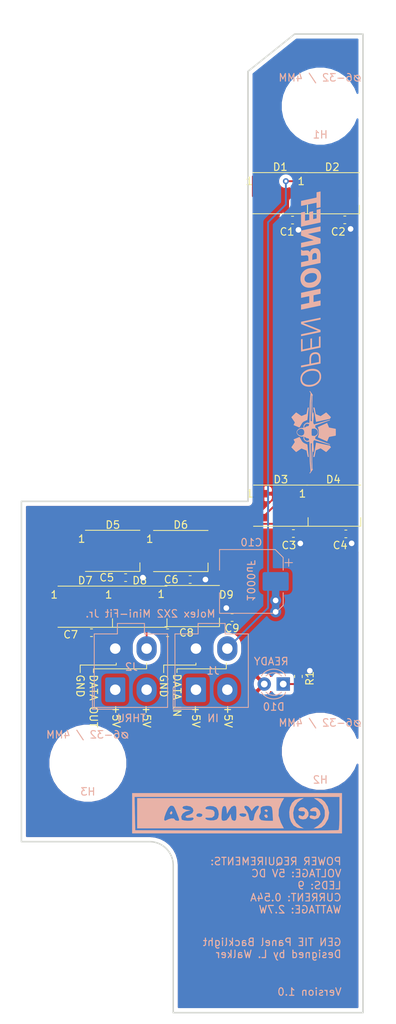
<source format=kicad_pcb>
(kicad_pcb (version 20171130) (host pcbnew "(5.1.10)-1")
  (layers (0 F.Cu signal) (31 B.Cu signal) (34 B.Paste user) (35 F.Paste user) (36 B.SilkS user) (37 F.SilkS user) (38 B.Mask user) (39 F.Mask user) (44 Edge.Cuts user))
  (net 0 "")
  (net 1 "Net-(D1-Pad2)")
  (net 2 "Net-(D2-Pad2)")
  (net 3 "Net-(D3-Pad2)")
  (net 4 "Net-(D4-Pad2)")
  (net 5 "Net-(D6-Pad2)")
  (net 6 "Net-(D8-Pad2)")
  (net 7 /LEDGND)
  (net 8 /LED+5V)
  (net 9 /DATAIN)
  (net 10 /DATAOUT)
  (net 11 "Net-(D5-Pad2)")
  (net 12 "Net-(D7-Pad2)")
  (net 13 "Net-(D10-Pad1)")
  (module OH_Backlighting:Molex_Mini-Fit_Jr_5566-04A_2x02_P4.20mm_Vertical (layer B.Cu) (at 140.462 117.348)
    (fp_text reference J1 (at 2.286 -2.54) (layer B.SilkS) (effects (justify mirror)))
    (fp_text value IN)
    (pad 4 thru_hole oval (at 4.2 -5.5) (size 2.7 3.3) (drill 1.4) (layers *.Cu *.Mask) (net 9 /DATAIN))
    (pad 3 thru_hole oval (at 0 -5.5) (size 2.7 3.3) (drill 1.4) (layers *.Cu *.Mask) (net 7 /LEDGND))
    (pad 2 thru_hole oval (at 4.2 0) (size 2.7 3.3) (drill 1.4) (layers *.Cu *.Mask) (net 8 /LED+5V))
    (pad 1 thru_hole roundrect (at 0 0) (size 2.7 3.3) (drill 1.4) (layers *.Cu *.Mask) (roundrect_rratio 0.09300000000000001) (net 8 /LED+5V))
  )
  (module OH_Backlighting:Molex_Mini-Fit_Jr_5566-04A_2x02_P4.20mm_Vertical (layer B.Cu) (at 129.658 117.348)
    (fp_text reference J2 (at 2.168 -3.048) (layer B.SilkS) (effects (justify mirror)))
    (fp_text value THRU)
    (pad 4 thru_hole oval (at 4.2 -5.5) (size 2.7 3.3) (drill 1.4) (layers *.Cu *.Mask) (net 10 /DATAOUT))
    (pad 3 thru_hole oval (at 0 -5.5) (size 2.7 3.3) (drill 1.4) (layers *.Cu *.Mask) (net 7 /LEDGND))
    (pad 2 thru_hole oval (at 4.2 0) (size 2.7 3.3) (drill 1.4) (layers *.Cu *.Mask) (net 8 /LED+5V))
    (pad 1 thru_hole roundrect (at 0 0) (size 2.7 3.3) (drill 1.4) (layers *.Cu *.Mask) (roundrect_rratio 0.09300000000000001) (net 8 /LED+5V))
  )
  (module LED_SMD:LED_WS2812B_PLCC4_5.0x5.0mm_P3.2mm (layer F.Cu) (at 132.932 106.248)
    (fp_text reference D8 (at 0 -3.5) (layer F.SilkS))
    (fp_text value WS2812B)
    (fp_text user 1 (at -4.15 -1.6) (layer F.SilkS))
    (pad 1 smd rect (at -2.45 -1.6) (size 1.5 1) (layers F.Cu F.Paste F.Mask) (net 8 /LED+5V))
    (pad 2 smd rect (at -2.45 1.6) (size 1.5 1) (layers F.Cu F.Paste F.Mask) (net 6 "Net-(D8-Pad2)"))
    (pad 4 smd rect (at 2.45 -1.6) (size 1.5 1) (layers F.Cu F.Paste F.Mask) (net 12 "Net-(D7-Pad2)"))
    (pad 3 smd rect (at 2.45 1.6) (size 1.5 1) (layers F.Cu F.Paste F.Mask) (net 7 /LEDGND))
  )
  (module LED_SMD:LED_WS2812B_PLCC4_5.0x5.0mm_P3.2mm (layer F.Cu) (at 125.64 106.248)
    (fp_text reference D7 (at 0 -3.5) (layer F.SilkS))
    (fp_text value WS2812B)
    (fp_text user 1 (at -4.15 -1.6) (layer F.SilkS))
    (pad 1 smd rect (at -2.45 -1.6) (size 1.5 1) (layers F.Cu F.Paste F.Mask) (net 8 /LED+5V))
    (pad 2 smd rect (at -2.45 1.6) (size 1.5 1) (layers F.Cu F.Paste F.Mask) (net 12 "Net-(D7-Pad2)"))
    (pad 4 smd rect (at 2.45 -1.6) (size 1.5 1) (layers F.Cu F.Paste F.Mask) (net 5 "Net-(D6-Pad2)"))
    (pad 3 smd rect (at 2.45 1.6) (size 1.5 1) (layers F.Cu F.Paste F.Mask) (net 7 /LEDGND))
  )
  (module LED_SMD:LED_WS2812B_PLCC4_5.0x5.0mm_P3.2mm (layer F.Cu) (at 138.43 98.806)
    (fp_text reference D6 (at 0 -3.5) (layer F.SilkS))
    (fp_text value WS2812B)
    (fp_text user 1 (at -4.15 -1.6) (layer F.SilkS))
    (pad 1 smd rect (at -2.45 -1.6) (size 1.5 1) (layers F.Cu F.Paste F.Mask) (net 8 /LED+5V))
    (pad 2 smd rect (at -2.45 1.6) (size 1.5 1) (layers F.Cu F.Paste F.Mask) (net 5 "Net-(D6-Pad2)"))
    (pad 4 smd rect (at 2.45 -1.6) (size 1.5 1) (layers F.Cu F.Paste F.Mask) (net 11 "Net-(D5-Pad2)"))
    (pad 3 smd rect (at 2.45 1.6) (size 1.5 1) (layers F.Cu F.Paste F.Mask) (net 7 /LEDGND))
  )
  (module Capacitor_SMD:C_0603_1608Metric (layer F.Cu) (at 136.665 109.728 180)
    (fp_text reference C8 (at -2.527 0) (layer F.SilkS))
    (fp_text value C)
    (pad 2 smd roundrect (at 0.775 0 180) (size 0.9 0.95) (layers F.Cu F.Paste F.Mask) (net 7 /LEDGND))
    (pad 1 smd roundrect (at -0.775 0 180) (size 0.9 0.95) (layers F.Cu F.Paste F.Mask) (net 8 /LED+5V))
  )
  (module Capacitor_SMD:CP_Elec_8x10 (layer B.Cu) (at 147.88 102.87 180)
    (fp_text reference C10 (at 0 5.2 180) (layer B.SilkS) (effects (justify mirror)))
    (fp_text value C_Polarized)
    (pad 2 smd roundrect (at 3.25 0 180) (size 3.5 2.5) (layers B.Cu B.Paste B.Mask) (roundrect_rratio 0.1) (net 7 /LEDGND))
    (pad 1 smd roundrect (at -3.25 0 180) (size 3.5 2.5) (layers B.Cu B.Paste B.Mask) (roundrect_rratio 0.1) (net 8 /LED+5V))
  )
  (module Capacitor_SMD:C_0603_1608Metric (layer F.Cu) (at 153.392 54.574)
    (fp_text reference C1 (at -0.738 1.56 180) (layer F.SilkS))
    (fp_text value C)
    (pad 2 smd roundrect (at 0.775 0) (size 0.9 0.95) (layers F.Cu F.Paste F.Mask) (net 7 /LEDGND))
    (pad 1 smd roundrect (at -0.775 0) (size 0.9 0.95) (layers F.Cu F.Paste F.Mask) (net 8 /LED+5V))
  )
  (module Capacitor_SMD:C_0603_1608Metric (layer F.Cu) (at 145.301 107.696 180)
    (fp_text reference C9 (at 0 -1.43) (layer F.SilkS))
    (fp_text value C)
    (pad 2 smd roundrect (at 0.775 0 180) (size 0.9 0.95) (layers F.Cu F.Paste F.Mask) (net 7 /LEDGND))
    (pad 1 smd roundrect (at -0.775 0 180) (size 0.9 0.95) (layers F.Cu F.Paste F.Mask) (net 8 /LED+5V))
  )
  (module Capacitor_SMD:C_0603_1608Metric (layer F.Cu) (at 126.479 109.728)
    (fp_text reference C7 (at -2.781 0.254) (layer F.SilkS))
    (fp_text value C)
    (pad 2 smd roundrect (at 0.775 0) (size 0.9 0.95) (layers F.Cu F.Paste F.Mask) (net 7 /LEDGND))
    (pad 1 smd roundrect (at -0.775 0) (size 0.9 0.95) (layers F.Cu F.Paste F.Mask) (net 8 /LED+5V))
  )
  (module Capacitor_SMD:C_0603_1608Metric (layer F.Cu) (at 139.687 102.616)
    (fp_text reference C6 (at -2.527 0) (layer F.SilkS))
    (fp_text value C)
    (pad 2 smd roundrect (at 0.775 0) (size 0.9 0.95) (layers F.Cu F.Paste F.Mask) (net 7 /LEDGND))
    (pad 1 smd roundrect (at -0.775 0) (size 0.9 0.95) (layers F.Cu F.Paste F.Mask) (net 8 /LED+5V))
  )
  (module Capacitor_SMD:C_0603_1608Metric (layer F.Cu) (at 131.051 102.362)
    (fp_text reference C5 (at -2.527 0) (layer F.SilkS))
    (fp_text value C)
    (pad 2 smd roundrect (at 0.775 0) (size 0.9 0.95) (layers F.Cu F.Paste F.Mask) (net 7 /LEDGND))
    (pad 1 smd roundrect (at -0.775 0) (size 0.9 0.95) (layers F.Cu F.Paste F.Mask) (net 8 /LED+5V))
  )
  (module Capacitor_SMD:C_0603_1608Metric (layer F.Cu) (at 160.528 96.52)
    (fp_text reference C4 (at -0.762 1.524) (layer F.SilkS))
    (fp_text value C)
    (pad 2 smd roundrect (at 0.775 0) (size 0.9 0.95) (layers F.Cu F.Paste F.Mask) (net 7 /LEDGND))
    (pad 1 smd roundrect (at -0.775 0) (size 0.9 0.95) (layers F.Cu F.Paste F.Mask) (net 8 /LED+5V))
  )
  (module Capacitor_SMD:C_0603_1608Metric (layer F.Cu) (at 153.502 96.464)
    (fp_text reference C3 (at -0.594 1.58) (layer F.SilkS))
    (fp_text value C)
    (pad 2 smd roundrect (at 0.775 0) (size 0.9 0.95) (layers F.Cu F.Paste F.Mask) (net 7 /LEDGND))
    (pad 1 smd roundrect (at -0.775 0) (size 0.9 0.95) (layers F.Cu F.Paste F.Mask) (net 8 /LED+5V))
  )
  (module Capacitor_SMD:C_0603_1608Metric (layer F.Cu) (at 160.387 54.544)
    (fp_text reference C2 (at -0.875 1.59) (layer F.SilkS))
    (fp_text value C)
    (pad 2 smd roundrect (at 0.775 0) (size 0.9 0.95) (layers F.Cu F.Paste F.Mask) (net 7 /LEDGND))
    (pad 1 smd roundrect (at -0.775 0) (size 0.9 0.95) (layers F.Cu F.Paste F.Mask) (net 8 /LED+5V))
  )
  (module OH_Backlighting:OH_Panel_6-32_PHS (layer F.Cu) (at 157.102 39.344)
    (fp_text reference REF** hide)
    (fp_text value OH_Panel_Fastner_Keepout hide)
    (fp_text user H1 (at 0 3.81) (layer B.SilkS) (effects (justify mirror)))
    (fp_text user "⌀6-32 / 4MM" (at 0 -3.81) (layer B.SilkS) (effects (justify mirror)))
    (pad "" np_thru_hole circle (at 0 0) (size 4.3 4.3) (drill 4.3) (layers *.Cu *.Mask) (clearance 3))
  )
  (module OH_Backlighting:OH_Panel_6-32_PHS (layer F.Cu) (at 125.992 127.164)
    (fp_text reference REF** hide)
    (fp_text value OH_Panel_Fastner_Keepout hide)
    (fp_text user H3 (at 0 3.81) (layer B.SilkS) (effects (justify mirror)))
    (fp_text user "⌀6-32 / 4MM" (at 0 -3.81) (layer B.SilkS) (effects (justify mirror)))
    (pad "" np_thru_hole circle (at 0 0) (size 4.3 4.3) (drill 4.3) (layers *.Cu *.Mask) (clearance 3))
  )
  (module OH_Backlighting:OH_Panel_6-32_PHS (layer F.Cu) (at 157.112 125.574)
    (fp_text reference REF** hide)
    (fp_text value OH_Panel_Fastner_Keepout hide)
    (fp_text user H2 (at 0 3.81) (layer B.SilkS) (effects (justify mirror)))
    (fp_text user "⌀6-32 / 4MM" (at 0 -3.81) (layer B.SilkS) (effects (justify mirror)))
    (pad "" np_thru_hole circle (at 0 0) (size 4.3 4.3) (drill 4.3) (layers *.Cu *.Mask) (clearance 3))
  )
  (module LED_SMD:LED_WS2812B_PLCC4_5.0x5.0mm_P3.2mm (layer F.Cu) (at 129.312 98.784)
    (fp_text reference D5 (at 0.02 -3.47) (layer F.SilkS))
    (fp_text value WS2812B)
    (fp_text user 1 (at -4.15 -1.6) (layer F.SilkS))
    (pad 1 smd rect (at -2.45 -1.6) (size 1.5 1) (layers F.Cu F.Paste F.Mask) (net 8 /LED+5V))
    (pad 2 smd rect (at -2.45 1.6) (size 1.5 1) (layers F.Cu F.Paste F.Mask) (net 11 "Net-(D5-Pad2)"))
    (pad 4 smd rect (at 2.45 -1.6) (size 1.5 1) (layers F.Cu F.Paste F.Mask) (net 4 "Net-(D4-Pad2)"))
    (pad 3 smd rect (at 2.45 1.6) (size 1.5 1) (layers F.Cu F.Paste F.Mask) (net 7 /LEDGND))
  )
  (module LED_SMD:LED_WS2812B_PLCC4_5.0x5.0mm_P3.2mm (layer F.Cu) (at 158.702 50.984)
    (fp_text reference D2 (at 0 -3.5) (layer F.SilkS))
    (fp_text value WS2812B)
    (fp_text user 1 (at -4.15 -1.6) (layer F.SilkS))
    (pad 1 smd rect (at -2.45 -1.6) (size 1.5 1) (layers F.Cu F.Paste F.Mask) (net 8 /LED+5V))
    (pad 2 smd rect (at -2.45 1.6) (size 1.5 1) (layers F.Cu F.Paste F.Mask) (net 2 "Net-(D2-Pad2)"))
    (pad 4 smd rect (at 2.45 -1.6) (size 1.5 1) (layers F.Cu F.Paste F.Mask) (net 1 "Net-(D1-Pad2)"))
    (pad 3 smd rect (at 2.45 1.6) (size 1.5 1) (layers F.Cu F.Paste F.Mask) (net 7 /LEDGND))
  )
  (module LED_SMD:LED_WS2812B_PLCC4_5.0x5.0mm_P3.2mm (layer F.Cu) (at 158.872 92.744)
    (fp_text reference D4 (at -0.02 -3.5) (layer F.SilkS))
    (fp_text value WS2812B)
    (fp_text user 1 (at -4.15 -1.6) (layer F.SilkS))
    (pad 1 smd rect (at -2.45 -1.6) (size 1.5 1) (layers F.Cu F.Paste F.Mask) (net 8 /LED+5V))
    (pad 2 smd rect (at -2.45 1.6) (size 1.5 1) (layers F.Cu F.Paste F.Mask) (net 4 "Net-(D4-Pad2)"))
    (pad 4 smd rect (at 2.45 -1.6) (size 1.5 1) (layers F.Cu F.Paste F.Mask) (net 3 "Net-(D3-Pad2)"))
    (pad 3 smd rect (at 2.45 1.6) (size 1.5 1) (layers F.Cu F.Paste F.Mask) (net 7 /LEDGND))
  )
  (module LED_SMD:LED_WS2812B_PLCC4_5.0x5.0mm_P3.2mm (layer F.Cu) (at 151.742 50.974)
    (fp_text reference D1 (at 0 -3.5) (layer F.SilkS))
    (fp_text value WS2812B)
    (fp_text user 1 (at -4.15 -1.6) (layer F.SilkS))
    (pad 1 smd rect (at -2.45 -1.6) (size 1.5 1) (layers F.Cu F.Paste F.Mask) (net 8 /LED+5V))
    (pad 2 smd rect (at -2.45 1.6) (size 1.5 1) (layers F.Cu F.Paste F.Mask) (net 1 "Net-(D1-Pad2)"))
    (pad 4 smd rect (at 2.45 -1.6) (size 1.5 1) (layers F.Cu F.Paste F.Mask) (net 9 /DATAIN))
    (pad 3 smd rect (at 2.45 1.6) (size 1.5 1) (layers F.Cu F.Paste F.Mask) (net 7 /LEDGND))
  )
  (module LED_SMD:LED_WS2812B_PLCC4_5.0x5.0mm_P3.2mm (layer F.Cu) (at 139.962 106.164)
    (fp_text reference D9 (at 4.564 -1.516) (layer F.SilkS))
    (fp_text value WS2812B)
    (fp_text user 1 (at -4.15 -1.6) (layer F.SilkS))
    (pad 1 smd rect (at -2.45 -1.6) (size 1.5 1) (layers F.Cu F.Paste F.Mask) (net 8 /LED+5V))
    (pad 2 smd rect (at -2.45 1.6) (size 1.5 1) (layers F.Cu F.Paste F.Mask) (net 10 /DATAOUT))
    (pad 4 smd rect (at 2.45 -1.6) (size 1.5 1) (layers F.Cu F.Paste F.Mask) (net 6 "Net-(D8-Pad2)"))
    (pad 3 smd rect (at 2.45 1.6) (size 1.5 1) (layers F.Cu F.Paste F.Mask) (net 7 /LEDGND))
  )
  (module LED_SMD:LED_WS2812B_PLCC4_5.0x5.0mm_P3.2mm (layer F.Cu) (at 151.822 92.744)
    (fp_text reference D3 (at 0 -3.5) (layer F.SilkS))
    (fp_text value WS2812B)
    (fp_text user 1 (at -4.15 -1.6) (layer F.SilkS))
    (pad 1 smd rect (at -2.45 -1.6) (size 1.5 1) (layers F.Cu F.Paste F.Mask) (net 8 /LED+5V))
    (pad 2 smd rect (at -2.45 1.6) (size 1.5 1) (layers F.Cu F.Paste F.Mask) (net 3 "Net-(D3-Pad2)"))
    (pad 4 smd rect (at 2.45 -1.6) (size 1.5 1) (layers F.Cu F.Paste F.Mask) (net 2 "Net-(D2-Pad2)"))
    (pad 3 smd rect (at 2.45 1.6) (size 1.5 1) (layers F.Cu F.Paste F.Mask) (net 7 /LEDGND))
  )
  (module LED_THT:LED_D3.0mm (layer B.Cu) (at 152.146 116.586 180)
    (fp_text reference D10 (at 1.27 -3.048) (layer B.SilkS) (effects (justify mirror)))
    (fp_text value LED)
    (pad 2 thru_hole circle (at 2.54 0 180) (size 1.8 1.8) (drill 0.9) (layers *.Cu *.Mask) (net 8 /LED+5V))
    (pad 1 thru_hole rect (at 0 0 180) (size 1.8 1.8) (drill 0.9) (layers *.Cu *.Mask) (net 13 "Net-(D10-Pad1)"))
  )
  (module OH_General:CC-BY-NC-SA-Small (layer B.Cu) (at 146.05 133.858 180)
    (fp_text reference G*** hide)
    (fp_text value LOGO hide)
  )
  (module Resistor_SMD:R_0603_1608Metric (layer F.Cu) (at 154.178 115.57 90)
    (fp_text reference R1 (at -0.254 1.524 90) (layer F.SilkS))
    (fp_text value R)
    (pad 2 smd roundrect (at 0.7875 0 90) (size 0.875 0.95) (layers F.Cu F.Paste F.Mask) (net 7 /LEDGND))
    (pad 1 smd roundrect (at -0.7875 0 90) (size 0.875 0.95) (layers F.Cu F.Paste F.Mask) (net 13 "Net-(D10-Pad1)"))
  )
  (module OH_General:OH_LOGO_37.7mm_5.9mm (layer B.Cu) (at 156.21 69.596 90)
    (fp_text reference G*** hide)
    (fp_text value LOGO hide)
  )
  (gr_line (start 129.794 114.046) (end 129.794 113.792) (layer F.SilkS) (width 0.12))
  (gr_line (start 124.968 114.046) (end 129.794 114.046) (layer F.SilkS) (width 0.12))
  (gr_line (start 124.968 114.3) (end 124.968 114.046) (layer F.SilkS) (width 0.12))
  (gr_line (start 124.968 115.062) (end 124.968 114.3) (layer F.SilkS) (width 0.12))
  (gr_line (start 133.858 114.554) (end 133.858 113.792) (layer F.SilkS) (width 0.12))
  (gr_line (start 126.746 114.554) (end 133.858 114.554) (layer F.SilkS) (width 0.12))
  (gr_line (start 126.746 115.062) (end 126.746 114.554) (layer F.SilkS) (width 0.12))
  (gr_line (start 140.462 114.046) (end 140.462 113.792) (layer F.SilkS) (width 0.12))
  (gr_line (start 136.144 114.046) (end 140.462 114.046) (layer F.SilkS) (width 0.12))
  (gr_line (start 136.144 115.062) (end 136.144 114.046) (layer F.SilkS) (width 0.12))
  (gr_line (start 144.526 114.554) (end 144.526 113.792) (layer F.SilkS) (width 0.12))
  (gr_line (start 137.922 114.554) (end 144.526 114.554) (layer F.SilkS) (width 0.12))
  (gr_line (start 137.922 115.062) (end 137.922 114.554) (layer F.SilkS) (width 0.12))
  (gr_text "DATA IN" (at 137.922 118.11 -90) (layer F.SilkS) (effects (font (size 1 1))))
  (gr_text GND (at 136.144 116.84 270) (layer F.SilkS) (effects (font (size 1 1))))
  (gr_text "DATA OUT" (at 126.746 118.872 270) (layer F.SilkS) (effects (font (size 1 1))))
  (gr_text GND (at 124.968 116.84 270) (layer F.SilkS) (effects (font (size 1 1))))
  (gr_text +5V (at 144.78 120.904 270) (layer F.SilkS) (effects (font (size 1 1))))
  (gr_text +5V (at 140.462 120.904 270) (layer F.SilkS) (effects (font (size 1 1))))
  (gr_text +5V (at 133.858 120.904 270) (layer F.SilkS) (effects (font (size 1 1))))
  (gr_text +5V (at 129.794 120.904 270) (layer F.SilkS) (effects (font (size 1 1))))
  (gr_text 1000uF (at 147.802 102.752 270) (layer B.SilkS) (effects (font (size 1 1)) (justify mirror)))
  (gr_text IN (at 142.748 121.158) (layer B.SilkS) (effects (font (size 1 1)) (justify mirror)))
  (gr_text THRU (at 131.826 121.158) (layer B.SilkS) (effects (font (size 1 1)) (justify mirror)))
  (gr_text READY (at 150.542 113.564) (layer B.SilkS) (effects (font (size 1 1)) (justify mirror)))
  (gr_text "GEN TIE Panel Backlight\nDesigned by L. Walker" (at 160.02 151.892) (layer B.SilkS) (effects (font (size 1 1)) (justify left mirror)))
  (gr_text "Molex 2X2 Mini-Fit Jr." (at 134.366 107.188) (layer B.SilkS) (effects (font (size 1 1)) (justify mirror)))
  (gr_line (start 147.429124 92.168757) (end 117.101263 92.168757) (layer Edge.Cuts) (width 0.2))
  (gr_line (start 137.421263 140.826932) (end 137.421263 160.511932) (layer Edge.Cuts) (width 0.2))
  (gr_line (start 162.821263 160.511932) (end 162.821263 29.701932) (layer Edge.Cuts) (width 0.2))
  (gr_arc (start 134.246263 140.826932) (end 137.421263 140.826932) (angle -90) (layer Edge.Cuts) (width 0.2))
  (gr_line (start 117.101263 92.168757) (end 117.101263 137.651932) (layer Edge.Cuts) (width 0.2))
  (gr_line (start 147.429124 34.691765) (end 147.429124 92.168757) (layer Edge.Cuts) (width 0.2))
  (gr_line (start 117.101263 137.651932) (end 134.246263 137.651932) (layer Edge.Cuts) (width 0.2))
  (gr_line (start 137.421263 160.511932) (end 162.821263 160.511932) (layer Edge.Cuts) (width 0.2))
  (gr_line (start 162.821263 29.701932) (end 153.677263 29.701932) (layer Edge.Cuts) (width 0.2))
  (gr_line (start 153.677263 29.701932) (end 147.429124 34.691765) (layer Edge.Cuts) (width 0.2))
  (gr_text "POWER REQUIREMENTS:\nVOLTAGE: 5V DC\nLEDS: 9\nCURRENT: 0.54A\nWATTAGE: 2.7W" (at 160.02 143.51) (layer B.SilkS) (effects (font (size 1 1)) (justify left mirror)))
  (gr_text "Version 1.0" (at 155.659285 157.734) (layer B.SilkS) (effects (font (size 1 1)) (justify mirror)))
  (segment (start 159.622 47.854) (end 161.152 49.384) (width 0.25) (layer F.Cu) (net 1))
  (segment (start 149.292 52.574) (end 148.082 51.364) (width 0.25) (layer F.Cu) (net 1))
  (segment (start 148.976998 47.854) (end 159.622 47.854) (width 0.25) (layer F.Cu) (net 1))
  (segment (start 148.082 48.748998) (end 148.976998 47.854) (width 0.25) (layer F.Cu) (net 1))
  (segment (start 148.082 51.364) (end 148.082 48.748998) (width 0.25) (layer F.Cu) (net 1))
  (segment (start 156.252 52.584) (end 155.346999 53.489001) (width 0.25) (layer F.Cu) (net 2))
  (segment (start 154.272 90.889998) (end 155.346999 89.814999) (width 0.25) (layer F.Cu) (net 2))
  (segment (start 154.272 91.144) (end 154.272 90.889998) (width 0.25) (layer F.Cu) (net 2))
  (segment (start 155.346999 53.489001) (end 155.346999 89.814999) (width 0.25) (layer F.Cu) (net 2))
  (segment (start 149.372 94.344) (end 151.006 92.71) (width 0.25) (layer F.Cu) (net 3))
  (segment (start 159.756 92.71) (end 161.322 91.144) (width 0.25) (layer F.Cu) (net 3))
  (segment (start 151.006 92.71) (end 159.756 92.71) (width 0.25) (layer F.Cu) (net 3))
  (segment (start 133.776999 95.169001) (end 131.762 97.184) (width 0.25) (layer F.Cu) (net 4))
  (segment (start 151.611997 95.169001) (end 133.776999 95.169001) (width 0.25) (layer F.Cu) (net 4))
  (segment (start 153.562998 93.218) (end 151.611997 95.169001) (width 0.25) (layer F.Cu) (net 4))
  (segment (start 155.448 93.218) (end 153.562998 93.218) (width 0.25) (layer F.Cu) (net 4))
  (segment (start 156.422 94.192) (end 155.448 93.218) (width 0.25) (layer F.Cu) (net 4))
  (segment (start 156.422 94.344) (end 156.422 94.192) (width 0.25) (layer F.Cu) (net 4))
  (segment (start 135.98 101.323002) (end 135.98 100.406) (width 0.25) (layer F.Cu) (net 5))
  (segment (start 133.866001 103.437001) (end 135.98 101.323002) (width 0.25) (layer F.Cu) (net 5))
  (segment (start 129.226999 103.437001) (end 133.866001 103.437001) (width 0.25) (layer F.Cu) (net 5))
  (segment (start 128.09 104.574) (end 129.226999 103.437001) (width 0.25) (layer F.Cu) (net 5))
  (segment (start 128.09 104.648) (end 128.09 104.574) (width 0.25) (layer F.Cu) (net 5))
  (segment (start 130.482 107.848) (end 132.944 107.848) (width 0.25) (layer F.Cu) (net 6))
  (segment (start 132.944 107.848) (end 134.62 106.172) (width 0.25) (layer F.Cu) (net 6))
  (segment (start 140.804 106.172) (end 142.412 104.564) (width 0.25) (layer F.Cu) (net 6))
  (segment (start 134.62 106.172) (end 140.804 106.172) (width 0.25) (layer F.Cu) (net 6))
  (segment (start 154.192 54.549) (end 154.167 54.574) (width 1) (layer F.Cu) (net 7))
  (segment (start 154.192 52.574) (end 154.192 54.549) (width 1) (layer F.Cu) (net 7))
  (segment (start 161.152 54.534) (end 161.162 54.544) (width 1) (layer F.Cu) (net 7))
  (segment (start 161.152 52.584) (end 161.152 54.534) (width 1) (layer F.Cu) (net 7))
  (segment (start 161.162 54.544) (end 161.162 55.752) (width 1) (layer F.Cu) (net 7))
  (segment (start 161.162 55.752) (end 161.162 55.752) (width 1) (layer F.Cu) (net 7))
  (via (at 161.162 55.752) (size 1.5) (drill 0.75) (layers F.Cu B.Cu) (net 7))
  (segment (start 154.167 54.574) (end 154.178 55.88) (width 1) (layer F.Cu) (net 7))
  (segment (start 154.178 55.88) (end 154.167 55.869) (width 1) (layer F.Cu) (net 7))
  (via (at 154.178 55.88) (size 1.5) (drill 0.75) (layers F.Cu B.Cu) (net 7))
  (segment (start 161.303 94.363) (end 161.322 94.344) (width 1) (layer F.Cu) (net 7))
  (segment (start 161.303 96.52) (end 161.303 94.363) (width 1) (layer F.Cu) (net 7))
  (segment (start 161.303 96.52) (end 161.303 97.777) (width 1) (layer F.Cu) (net 7))
  (segment (start 161.303 97.777) (end 161.303 97.777) (width 1) (layer F.Cu) (net 7))
  (via (at 161.303 97.777) (size 1.5) (drill 0.75) (layers F.Cu B.Cu) (net 7))
  (segment (start 154.272 96.459) (end 154.277 96.464) (width 1) (layer F.Cu) (net 7))
  (segment (start 154.272 94.344) (end 154.272 96.459) (width 1) (layer F.Cu) (net 7))
  (segment (start 154.277 96.464) (end 154.432 97.79) (width 1) (layer F.Cu) (net 7))
  (segment (start 154.432 97.79) (end 154.277 97.635) (width 1) (layer F.Cu) (net 7))
  (via (at 154.432 97.79) (size 1.5) (drill 0.75) (layers F.Cu B.Cu) (net 7))
  (segment (start 131.826 100.448) (end 131.762 100.384) (width 1) (layer F.Cu) (net 7))
  (segment (start 131.826 102.362) (end 131.826 100.448) (width 1) (layer F.Cu) (net 7))
  (segment (start 144.458 107.764) (end 144.526 107.696) (width 1) (layer F.Cu) (net 7))
  (segment (start 142.412 107.764) (end 144.458 107.764) (width 1) (layer F.Cu) (net 7))
  (segment (start 131.826 102.362) (end 133.35 102.362) (width 1) (layer F.Cu) (net 7))
  (segment (start 133.35 102.362) (end 133.35 102.362) (width 1) (layer F.Cu) (net 7))
  (via (at 133.35 102.362) (size 1.5) (drill 0.75) (layers F.Cu B.Cu) (net 7))
  (segment (start 144.526 107.696) (end 144.526 106.426) (width 1) (layer F.Cu) (net 7))
  (segment (start 144.526 106.426) (end 144.526 106.426) (width 1) (layer F.Cu) (net 7))
  (via (at 144.526 106.426) (size 1.5) (drill 0.75) (layers F.Cu B.Cu) (net 7))
  (segment (start 140.462 102.616) (end 141.732 102.616) (width 1) (layer F.Cu) (net 7))
  (segment (start 141.732 102.616) (end 141.732 102.616) (width 1) (layer F.Cu) (net 7))
  (via (at 141.732 102.616) (size 1.5) (drill 0.75) (layers F.Cu B.Cu) (net 7))
  (segment (start 154.178 114.7825) (end 155.702 114.808) (width 1) (layer F.Cu) (net 7))
  (segment (start 155.702 114.808) (end 155.6765 114.7825) (width 1) (layer F.Cu) (net 7))
  (via (at 155.702 114.808) (size 1.5) (drill 0.75) (layers F.Cu B.Cu) (net 7))
  (segment (start 128.09 107.848) (end 128.09 108.13) (width 1) (layer F.Cu) (net 7))
  (segment (start 127.254 108.966) (end 127.254 109.728) (width 1) (layer F.Cu) (net 7))
  (segment (start 128.09 108.13) (end 127.254 108.966) (width 1) (layer F.Cu) (net 7))
  (segment (start 127.254 109.728) (end 127.254 110.744) (width 1) (layer F.Cu) (net 7))
  (segment (start 128.358 111.848) (end 129.658 111.848) (width 1) (layer F.Cu) (net 7))
  (segment (start 127.254 110.744) (end 128.358 111.848) (width 1) (layer F.Cu) (net 7))
  (segment (start 135.382 107.848) (end 135.382 108.204) (width 1) (layer F.Cu) (net 7))
  (segment (start 135.89 108.712) (end 135.89 109.728) (width 1) (layer F.Cu) (net 7))
  (segment (start 135.382 108.204) (end 135.89 108.712) (width 1) (layer F.Cu) (net 7))
  (segment (start 135.89 110.203) (end 135.89 109.728) (width 1) (layer F.Cu) (net 7))
  (segment (start 137.535 111.848) (end 135.89 110.203) (width 1) (layer F.Cu) (net 7))
  (segment (start 140.462 111.848) (end 137.535 111.848) (width 1) (layer F.Cu) (net 7))
  (segment (start 140.88 100.406) (end 140.64 100.406) (width 1) (layer F.Cu) (net 7))
  (segment (start 140.462 100.584) (end 140.462 102.616) (width 1) (layer F.Cu) (net 7))
  (segment (start 140.64 100.406) (end 140.462 100.584) (width 1) (layer F.Cu) (net 7))
  (segment (start 151.13 102.87) (end 151.13 105.41) (width 1) (layer B.Cu) (net 8))
  (segment (start 151.13 105.41) (end 151.13 106.934) (width 1) (layer B.Cu) (net 8))
  (via (at 151.13 105.41) (size 1.5) (drill 0.75) (layers F.Cu B.Cu) (net 8))
  (segment (start 151.13 106.934) (end 151.13 106.934) (width 1) (layer B.Cu) (net 8))
  (via (at 151.13 106.934) (size 1.5) (drill 0.75) (layers F.Cu B.Cu) (net 8))
  (segment (start 150.114 106.396) (end 144.662 111.848) (width 0.25) (layer B.Cu) (net 9))
  (segment (start 150.114 54.864) (end 150.114 106.396) (width 0.25) (layer B.Cu) (net 9))
  (segment (start 154.192 49.374) (end 152.498 49.374) (width 0.25) (layer F.Cu) (net 9))
  (segment (start 152.498 49.374) (end 152.498 49.374) (width 0.25) (layer F.Cu) (net 9))
  (via (at 152.498 49.374) (size 0.8) (drill 0.4) (layers F.Cu B.Cu) (net 9))
  (segment (start 152.498 52.48) (end 152.4 52.578) (width 0.25) (layer B.Cu) (net 9))
  (segment (start 152.498 49.374) (end 152.498 52.48) (width 0.25) (layer B.Cu) (net 9))
  (segment (start 152.4 52.578) (end 150.114 54.864) (width 0.25) (layer B.Cu) (net 9))
  (segment (start 137.512 107.764) (end 136.428 106.68) (width 0.25) (layer F.Cu) (net 10))
  (segment (start 133.858 107.57041) (end 133.858 111.848) (width 0.25) (layer F.Cu) (net 10))
  (segment (start 134.74841 106.68) (end 133.858 107.57041) (width 0.25) (layer F.Cu) (net 10))
  (segment (start 136.428 106.68) (end 134.74841 106.68) (width 0.25) (layer F.Cu) (net 10))
  (segment (start 127.687001 99.558999) (end 126.862 100.384) (width 0.25) (layer F.Cu) (net 11))
  (segment (start 131.791999 99.558999) (end 127.687001 99.558999) (width 0.25) (layer F.Cu) (net 11))
  (segment (start 140.054999 96.366999) (end 139.446 95.758) (width 0.25) (layer F.Cu) (net 11))
  (segment (start 139.446 95.758) (end 135.592998 95.758) (width 0.25) (layer F.Cu) (net 11))
  (segment (start 140.054999 96.380999) (end 140.054999 96.366999) (width 0.25) (layer F.Cu) (net 11))
  (segment (start 135.592998 95.758) (end 131.791999 99.558999) (width 0.25) (layer F.Cu) (net 11))
  (segment (start 140.88 97.206) (end 140.054999 96.380999) (width 0.25) (layer F.Cu) (net 11))
  (segment (start 124.015001 107.022999) (end 132.930999 107.022999) (width 0.25) (layer F.Cu) (net 12))
  (segment (start 123.19 107.848) (end 124.015001 107.022999) (width 0.25) (layer F.Cu) (net 12))
  (segment (start 135.305998 104.648) (end 135.382 104.648) (width 0.25) (layer F.Cu) (net 12))
  (segment (start 132.930999 107.022999) (end 135.305998 104.648) (width 0.25) (layer F.Cu) (net 12))
  (segment (start 153.9495 116.586) (end 154.178 116.3575) (width 0.25) (layer F.Cu) (net 13))
  (segment (start 152.146 116.586) (end 153.9495 116.586) (width 0.25) (layer F.Cu) (net 13))
  (zone (net 8) (net_name /LED+5V) (layer F.Cu) (connect_pads (clearance 0.508)) (min_thickness 0.254) (fill yes (arc_segments 32) (thermal_gap 0.508) (thermal_bridge_width 0.508))
    (polygon (pts (xy 165.002 161.824) (xy 145.542 162.044) (xy 114.682 162.044) (xy 115.132 25.604) (xy 166.572 25.384)))
  )
  (zone (net 7) (net_name /LEDGND) (layer B.Cu) (connect_pads yes (clearance 0.508)) (min_thickness 0.254) (fill yes (arc_segments 32) (thermal_gap 0.508) (thermal_bridge_width 0.508))
    (polygon (pts (xy 167.242 25.154) (xy 164.782 161.594) (xy 114.682 161.154) (xy 114.232 25.154)))
  )
)
</source>
